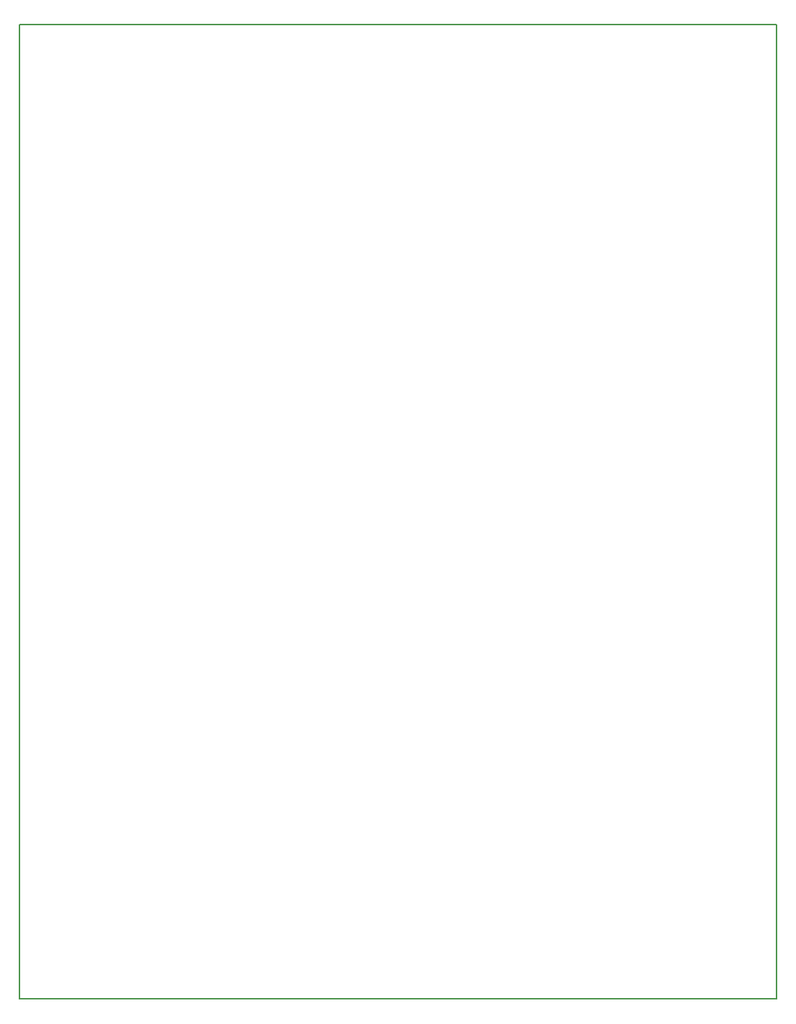
<source format=gbr>
G04 EasyPC Gerber Version 20.0.2 Build 4112 *
%FSLAX35Y35*%
%MOIN*%
%ADD11C,0.00500*%
X0Y0D02*
D02*
D11*
X65250Y46500D02*
X415250D01*
Y496500*
X65250*
Y46500*
X0Y0D02*
M02*

</source>
